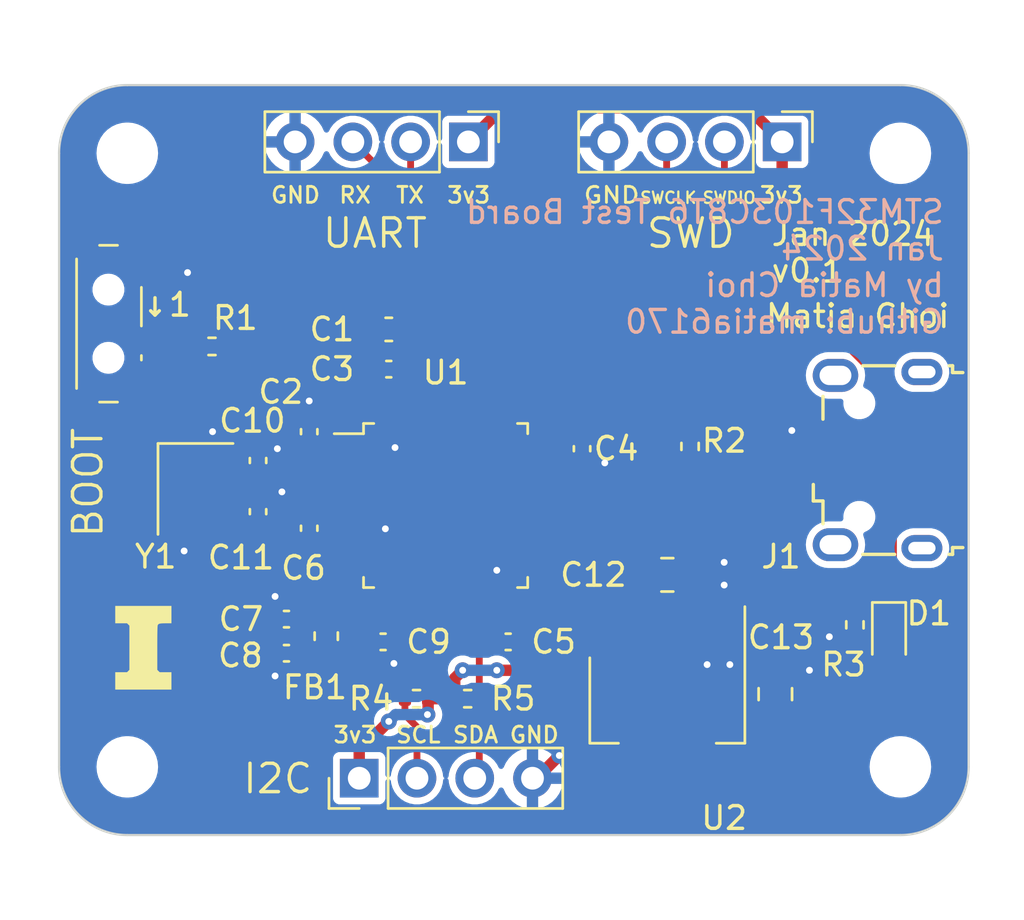
<source format=kicad_pcb>
(kicad_pcb (version 20221018) (generator pcbnew)
  (layers (0 "F.Cu" signal) (31 "B.Cu" power) (34 "B.Paste" user) (35 "F.Paste" user) (36 "B.SilkS" user "B.Silkscreen") (37 "F.SilkS" user "F.Silkscreen") (38 "B.Mask" user) (39 "F.Mask" user) (44 "Edge.Cuts" user))
  (net 0 "")
  (net 1 "+3.3V")
  (net 2 "GND")
  (net 3 "+3.3VA")
  (net 4 "/NRST")
  (net 5 "/HSE_IN")
  (net 6 "/HSE_OUT")
  (net 7 "VBUS")
  (net 8 "/PWR_LED_K")
  (net 9 "/USB_D-")
  (net 10 "/USB_D+")
  (net 13 "/SWDIO")
  (net 14 "/SWCLK")
  (net 15 "/USART1_TX")
  (net 16 "/USART1_RX")
  (net 17 "/I2C2_SCL")
  (net 18 "/I2C2_SDA")
  (net 19 "/SW_BOOT0")
  (net 20 "/BOOT0")
  (footprint "MountingHole:MountingHole_2.2mm_M2" (layer "F.Cu") (at 125 96.5)
    (fp_text reference "H4" hide)
    (fp_text value "MountingHole")
    (pad "" np_thru_hole circle (at 0 0) (size 2.2 2.2) (drill 2.2) (layers "*.Cu" "*.Mask"))
  )
  (footprint "Capacitor_SMD:C_0402_1005Metric" (layer "F.Cu") (at 99 81.75 90)
    (fp_text reference "C2" (at 1.75 -1.25 180) (layer "F.SilkS"))
    (fp_text value "100n")
    (pad "1" smd roundrect (at -0.48 0 90) (size 0.56 0.62) (layers "F.Cu" "F.Paste" "F.Mask") (net 1 "+3.3V"))
    (pad "2" smd roundrect (at 0.48 0 90) (size 0.56 0.62) (layers "F.Cu" "F.Paste" "F.Mask") (net 2 "GND"))
  )
  (footprint "Connector_PinHeader_2.54mm:PinHeader_1x04_P2.54mm_Vertical" (layer "F.Cu") (at 106 69 -90)
    (fp_text reference "J3" hide)
    (fp_text value "Conn_01x04_Pin")
    (pad "1" thru_hole rect (at 0 0 270) (size 1.7 1.7) (drill 1) (layers "*.Cu" "*.Mask") (net 1 "+3.3V"))
    (pad "2" thru_hole oval (at 0 2.54 270) (size 1.7 1.7) (drill 1) (layers "*.Cu" "*.Mask") (net 15 "/USART1_TX"))
    (pad "3" thru_hole oval (at 0 5.08 270) (size 1.7 1.7) (drill 1) (layers "*.Cu" "*.Mask") (net 16 "/USART1_RX"))
    (pad "4" thru_hole oval (at 0 7.62 270) (size 1.7 1.7) (drill 1) (layers "*.Cu" "*.Mask") (net 2 "GND"))
  )
  (footprint "Capacitor_SMD:C_0603_1608Metric" (layer "F.Cu") (at 102.5 77.25)
    (fp_text reference "C1" (at -2.5 0) (layer "F.SilkS"))
    (fp_text value "10u")
    (pad "1" smd roundrect (at -0.775 0) (size 0.9 0.95) (layers "F.Cu" "F.Paste" "F.Mask") (net 1 "+3.3V"))
    (pad "2" smd roundrect (at 0.775 0) (size 0.9 0.95) (layers "F.Cu" "F.Paste" "F.Mask") (net 2 "GND"))
  )
  (footprint "project_footprints:I" (layer "F.Cu") (at 91.75 91.25)
    (fp_text reference "G***" hide)
    (fp_text value "LOGO" hide)
  )
  (footprint "Capacitor_SMD:C_0402_1005Metric" (layer "F.Cu") (at 111 82.5 -90)
    (fp_text reference "C4" (at 0 -1.5 -180) (layer "F.SilkS"))
    (fp_text value "100n")
    (pad "1" smd roundrect (at -0.48 0 270) (size 0.56 0.62) (layers "F.Cu" "F.Paste" "F.Mask") (net 1 "+3.3V"))
    (pad "2" smd roundrect (at 0.48 0 270) (size 0.56 0.62) (layers "F.Cu" "F.Paste" "F.Mask") (net 2 "GND"))
  )
  (footprint "Resistor_SMD:R_0402_1005Metric" (layer "F.Cu") (at 105.97 93.5 180)
    (fp_text reference "R5" (at -2 0) (layer "F.SilkS"))
    (fp_text value "1k5")
    (pad "1" smd roundrect (at -0.51 0 180) (size 0.54 0.64) (layers "F.Cu" "F.Paste" "F.Mask") (net 18 "/I2C2_SDA"))
    (pad "2" smd roundrect (at 0.51 0 180) (size 0.54 0.64) (layers "F.Cu" "F.Paste" "F.Mask") (net 1 "+3.3V"))
  )
  (footprint "MountingHole:MountingHole_2.2mm_M2" (layer "F.Cu") (at 125 69.5)
    (fp_text reference "H2" hide)
    (fp_text value "MountingHole")
    (pad "" np_thru_hole circle (at 0 0) (size 2.2 2.2) (drill 2.2) (layers "*.Cu" "*.Mask"))
  )
  (footprint "Capacitor_SMD:C_0402_1005Metric" (layer "F.Cu") (at 98 91.5 180)
    (fp_text reference "C8" (at 2.025 -0.1) (layer "F.SilkS"))
    (fp_text value "1u")
    (pad "1" smd roundrect (at -0.48 0 180) (size 0.56 0.62) (layers "F.Cu" "F.Paste" "F.Mask") (net 1 "+3.3V"))
    (pad "2" smd roundrect (at 0.48 0 180) (size 0.56 0.62) (layers "F.Cu" "F.Paste" "F.Mask") (net 2 "GND"))
  )
  (footprint "Capacitor_SMD:C_0402_1005Metric" (layer "F.Cu") (at 107.75 91 180)
    (fp_text reference "C5" (at -2 0) (layer "F.SilkS"))
    (fp_text value "100n")
    (pad "1" smd roundrect (at -0.48 0 180) (size 0.56 0.62) (layers "F.Cu" "F.Paste" "F.Mask") (net 1 "+3.3V"))
    (pad "2" smd roundrect (at 0.48 0 180) (size 0.56 0.62) (layers "F.Cu" "F.Paste" "F.Mask") (net 2 "GND"))
  )
  (footprint "LED_SMD:LED_0603_1608Metric" (layer "F.Cu") (at 124.5 90.75 -90)
    (fp_text reference "D1" (at -1 -1.75 -180) (layer "F.SilkS"))
    (fp_text value "RED")
    (pad "1" smd roundrect (at -0.7875 0 270) (size 0.875 0.95) (layers "F.Cu" "F.Paste" "F.Mask") (net 8 "/PWR_LED_K"))
    (pad "2" smd roundrect (at 0.7875 0 270) (size 0.875 0.95) (layers "F.Cu" "F.Paste" "F.Mask") (net 1 "+3.3V"))
  )
  (footprint "Button_Switch_SMD:SW_SPDT_PCM12" (layer "F.Cu") (at 90.5 77 -90)
    (fp_text reference "SW1" hide)
    (fp_text value "SW_SPDT")
    (pad "" smd rect (at -3.65 -0.78 270) (size 1 0.8) (layers "F.Cu" "F.Paste" "F.Mask"))
    (pad "" smd rect (at -3.65 1.43 270) (size 1 0.8) (layers "F.Cu" "F.Paste" "F.Mask"))
    (pad "" np_thru_hole circle (at -1.5 0.33 270) (size 0.9 0.9) (drill 0.9) (layers "*.Cu" "*.Mask"))
    (pad "" np_thru_hole circle (at 1.5 0.33 270) (size 0.9 0.9) (drill 0.9) (layers "*.Cu" "*.Mask"))
    (pad "" smd rect (at 3.65 -0.78 270) (size 1 0.8) (layers "F.Cu" "F.Paste" "F.Mask"))
    (pad "" smd rect (at 3.65 1.43 270) (size 1 0.8) (layers "F.Cu" "F.Paste" "F.Mask"))
    (pad "1" smd rect (at -2.25 -1.43 270) (size 0.7 1.5) (layers "F.Cu" "F.Paste" "F.Mask") (net 2 "GND"))
    (pad "2" smd rect (at 0.75 -1.43 270) (size 0.7 1.5) (layers "F.Cu" "F.Paste" "F.Mask") (net 19 "/SW_BOOT0"))
    (pad "3" smd rect (at 2.25 -1.43 270) (size 0.7 1.5) (layers "F.Cu" "F.Paste" "F.Mask") (net 1 "+3.3V"))
  )
  (footprint "Capacitor_SMD:C_0805_2012Metric" (layer "F.Cu") (at 119.5 93.3 90)
    (fp_text reference "C13" (at 2.5 0.25 180) (layer "F.SilkS"))
    (fp_text value "22u")
    (pad "1" smd roundrect (at -0.95 0 90) (size 1 1.45) (layers "F.Cu" "F.Paste" "F.Mask") (net 1 "+3.3V"))
    (pad "2" smd roundrect (at 0.95 0 90) (size 1 1.45) (layers "F.Cu" "F.Paste" "F.Mask") (net 2 "GND"))
  )
  (footprint "Capacitor_SMD:C_0402_1005Metric" (layer "F.Cu") (at 102.5 79)
    (fp_text reference "C3" (at -2.5 0) (layer "F.SilkS"))
    (fp_text value "100n")
    (pad "1" smd roundrect (at -0.48 0) (size 0.56 0.62) (layers "F.Cu" "F.Paste" "F.Mask") (net 1 "+3.3V"))
    (pad "2" smd roundrect (at 0.48 0) (size 0.56 0.62) (layers "F.Cu" "F.Paste" "F.Mask") (net 2 "GND"))
  )
  (footprint "Capacitor_SMD:C_0805_2012Metric" (layer "F.Cu") (at 114.75 88.05)
    (fp_text reference "C12" (at -3.25 0) (layer "F.SilkS"))
    (fp_text value "22u")
    (pad "1" smd roundrect (at -0.95 0) (size 1 1.45) (layers "F.Cu" "F.Paste" "F.Mask") (net 7 "VBUS"))
    (pad "2" smd roundrect (at 0.95 0) (size 1 1.45) (layers "F.Cu" "F.Paste" "F.Mask") (net 2 "GND"))
  )
  (footprint "MountingHole:MountingHole_2.2mm_M2" (layer "F.Cu") (at 91 96.5)
    (fp_text reference "H3" hide)
    (fp_text value "MountingHole")
    (pad "" np_thru_hole circle (at 0 0) (size 2.2 2.2) (drill 2.2) (layers "*.Cu" "*.Mask"))
  )
  (footprint "Capacitor_SMD:C_0402_1005Metric" (layer "F.Cu") (at 99 86 90)
    (fp_text reference "C6" (at -1.75 -0.25 180) (layer "F.SilkS"))
    (fp_text value "10n")
    (pad "1" smd roundrect (at -0.48 0 90) (size 0.56 0.62) (layers "F.Cu" "F.Paste" "F.Mask") (net 3 "+3.3VA"))
    (pad "2" smd roundrect (at 0.48 0 90) (size 0.56 0.62) (layers "F.Cu" "F.Paste" "F.Mask") (net 2 "GND"))
  )
  (footprint "Resistor_SMD:R_0402_1005Metric" (layer "F.Cu") (at 103.72 93.5)
    (fp_text reference "R4" (at -2 0) (layer "F.SilkS"))
    (fp_text value "1k5")
    (pad "1" smd roundrect (at -0.51 0) (size 0.54 0.64) (layers "F.Cu" "F.Paste" "F.Mask") (net 17 "/I2C2_SCL"))
    (pad "2" smd roundrect (at 0.51 0) (size 0.54 0.64) (layers "F.Cu" "F.Paste" "F.Mask") (net 1 "+3.3V"))
  )
  (footprint "Resistor_SMD:R_0402_1005Metric" (layer "F.Cu") (at 123 90.25 -90)
    (fp_text reference "R3" (at 1.75 0.5 -180) (layer "F.SilkS"))
    (fp_text value "1k5")
    (pad "1" smd roundrect (at -0.51 0 270) (size 0.54 0.64) (layers "F.Cu" "F.Paste" "F.Mask") (net 8 "/PWR_LED_K"))
    (pad "2" smd roundrect (at 0.51 0 270) (size 0.54 0.64) (layers "F.Cu" "F.Paste" "F.Mask") (net 2 "GND"))
  )
  (footprint "Inductor_SMD:L_0603_1608Metric" (layer "F.Cu") (at 99.75 90.75 -90)
    (fp_text reference "FB1" (at 2.25 0.5 -180) (layer "F.SilkS"))
    (fp_text value "120R")
    (pad "1" smd roundrect (at -0.7875 0 270) (size 0.875 0.95) (layers "F.Cu" "F.Paste" "F.Mask") (net 3 "+3.3VA"))
    (pad "2" smd roundrect (at 0.7875 0 270) (size 0.875 0.95) (layers "F.Cu" "F.Paste" "F.Mask") (net 1 "+3.3V"))
  )
  (footprint "Connector_PinHeader_2.54mm:PinHeader_1x04_P2.54mm_Vertical" (layer "F.Cu") (at 119.8 69 -90)
    (fp_text reference "J2" hide)
    (fp_text value "Conn_01x04_Pin")
    (pad "1" thru_hole rect (at 0 0 270) (size 1.7 1.7) (drill 1) (layers "*.Cu" "*.Mask") (net 1 "+3.3V"))
    (pad "2" thru_hole oval (at 0 2.54 270) (size 1.7 1.7) (drill 1) (layers "*.Cu" "*.Mask") (net 13 "/SWDIO"))
    (pad "3" thru_hole oval (at 0 5.08 270) (size 1.7 1.7) (drill 1) (layers "*.Cu" "*.Mask") (net 14 "/SWCLK"))
    (pad "4" thru_hole oval (at 0 7.62 270) (size 1.7 1.7) (drill 1) (layers "*.Cu" "*.Mask") (net 2 "GND"))
  )
  (footprint "Capacitor_SMD:C_0402_1005Metric" (layer "F.Cu") (at 98 90 180)
    (fp_text reference "C7" (at 2 0) (layer "F.SilkS"))
    (fp_text value "1u")
    (pad "1" smd roundrect (at -0.48 0 180) (size 0.56 0.62) (layers "F.Cu" "F.Paste" "F.Mask") (net 3 "+3.3VA"))
    (pad "2" smd roundrect (at 0.48 0 180) (size 0.56 0.62) (layers "F.Cu" "F.Paste" "F.Mask") (net 2 "GND"))
  )
  (footprint "Resistor_SMD:R_0402_1005Metric" (layer "F.Cu") (at 94.725 78)
    (fp_text reference "R1" (at 1.025 -1.25) (layer "F.SilkS"))
    (fp_text value "10k")
    (pad "1" smd roundrect (at -0.51 0) (size 0.54 0.64) (layers "F.Cu" "F.Paste" "F.Mask") (net 19 "/SW_BOOT0"))
    (pad "2" smd roundrect (at 0.51 0) (size 0.54 0.64) (layers "F.Cu" "F.Paste" "F.Mask") (net 20 "/BOOT0"))
  )
  (footprint "Package_TO_SOT_SMD:SOT-223-3_TabPin2" (layer "F.Cu") (at 114.75 93.55 -90)
    (fp_text reference "U2" (at 5.2 -2.5 -180) (layer "F.SilkS"))
    (fp_text value "AMS1117-3.3")
    (pad "1" smd rect (at -3.15 -2.3 270) (size 2 1.5) (layers "F.Cu" "F.Paste" "F.Mask") (net 2 "GND"))
    (pad "2" smd rect (at -3.15 0 270) (size 2 1.5) (layers "F.Cu" "F.Paste" "F.Mask") (net 1 "+3.3V"))
    (pad "2" smd rect (at 3.15 0 270) (size 2 3.8) (layers "F.Cu" "F.Paste" "F.Mask") (net 1 "+3.3V"))
    (pad "3" smd rect (at -3.15 2.3 270) (size 2 1.5) (layers "F.Cu" "F.Paste" "F.Mask") (net 7 "VBUS"))
  )
  (footprint "Capacitor_SMD:C_0402_1005Metric" (layer "F.Cu") (at 102.25 91)
    (fp_text reference "C9" (at 2 0) (layer "F.SilkS"))
    (fp_text value "100n")
    (pad "1" smd roundrect (at -0.48 0) (size 0.56 0.62) (layers "F.Cu" "F.Paste" "F.Mask") (net 4 "/NRST"))
    (pad "2" smd roundrect (at 0.48 0) (size 0.56 0.62) (layers "F.Cu" "F.Paste" "F.Mask") (net 2 "GND"))
  )
  (footprint "Crystal:Crystal_SMD_3225-4Pin_3.2x2.5mm" (layer "F.Cu") (at 94 84.27 -90)
    (fp_text reference "Y1" (at 2.98 1.75) (layer "F.SilkS"))
    (fp_text value "16MHz")
    (pad "1" smd rect (at -1.1 0.85 270) (size 1.4 1.2) (layers "F.Cu" "F.Paste" "F.Mask") (net 5 "/HSE_IN"))
    (pad "2" smd rect (at 1.1 0.85 270) (size 1.4 1.2) (layers "F.Cu" "F.Paste" "F.Mask") (net 2 "GND"))
    (pad "3" smd rect (at 1.1 -0.85 270) (size 1.4 1.2) (layers "F.Cu" "F.Paste" "F.Mask") (net 6 "/HSE_OUT"))
    (pad "4" smd rect (at -1.1 -0.85 270) (size 1.4 1.2) (layers "F.Cu" "F.Paste" "F.Mask") (net 2 "GND"))
  )
  (footprint "Resistor_SMD:R_0402_1005Metric" (layer "F.Cu") (at 115.75 82.4 -90)
    (fp_text reference "R2" (at -0.25 -1.5 -180) (layer "F.SilkS"))
    (fp_text value "1k5")
    (pad "1" smd roundrect (at -0.51 0 270) (size 0.54 0.64) (layers "F.Cu" "F.Paste" "F.Mask") (net 1 "+3.3V"))
    (pad "2" smd roundrect (at 0.51 0 270) (size 0.54 0.64) (layers "F.Cu" "F.Paste" "F.Mask") (net 10 "/USB_D+"))
  )
  (footprint "Connector_USB:USB_Micro-B_Wuerth_629105150521" (layer "F.Cu") (at 123.995 83 90)
    (fp_text reference "J1" (at -4.25 -4.245 180) (layer "F.SilkS"))
    (fp_text value "USB_B_Micro")
    (pad "" np_thru_hole oval (at -2.5 -0.8 90) (size 0.8 0.8) (drill 0.8) (layers "*.Cu" "*.Mask"))
    (pad "" np_thru_hole oval (at 2.5 -0.8 90) (size 0.8 0.8) (drill 0.8) (layers "*.Cu" "*.Mask"))
    (pad "1" smd rect (at -1.3 -1.9 90) (size 0.45 1.3) (layers "F.Cu" "F.Paste" "F.Mask") (net 7 "VBUS"))
    (pad "2" smd rect (at -0.65 -1.9 90) (size 0.45 1.3) (layers "F.Cu" "F.Paste" "F.Mask") (net 9 "/USB_D-"))
    (pad "3" smd rect (at 0 -1.9 90) (size 0.45 1.3) (layers "F.Cu" "F.Paste" "F.Mask") (net 10 "/USB_D+"))
    (pad "4" smd rect (at 0.65 -1.9 90) (size 0.45 1.3) (layers "F.Cu" "F.Paste" "F.Mask"))
    (pad "5" smd rect (at 1.3 -1.9 90) (size 0.45 1.3) (layers "F.Cu" "F.Paste" "F.Mask") (net 2 "GND"))
    (pad "6" thru_hole oval (at -3.875 1.95 90) (size 1.15 1.8) (drill oval 0.55 1.2) (layers "*.Cu" "*.Mask"))
    (pad "6" thru_hole oval (at -3.725 -1.85 90) (size 1.45 2) (drill oval 0.85 1.4) (layers "*.Cu" "*.Mask"))
    (pad "6" thru_hole oval (at 3.725 -1.85 90) (size 1.45 2) (drill oval 0.85 1.4) (layers "*.Cu" "*.Mask"))
    (pad "6" thru_hole oval (at 3.875 1.95 90) (size 1.15 1.8) (drill oval 0.55 1.2) (layers "*.Cu" "*.Mask"))
  )
  (footprint "MountingHole:MountingHole_2.2mm_M2" (layer "F.Cu") (at 91 69.5)
    (fp_text reference "H1" hide)
    (fp_text value "MountingHole")
    (pad "" np_thru_hole circle (at 0 0) (size 2.2 2.2) (drill 2.2) (layers "*.Cu" "*.Mask"))
  )
  (footprint "Package_QFP:LQFP-48_7x7mm_P0.5mm" (layer "F.Cu") (at 105 85)
    (fp_text reference "U1" (at 0 -5.85) (layer "F.SilkS"))
    (fp_text value "STM32F103C8T6")
    (pad "1" smd roundrect (at -4.1625 -2.75) (size 1.475 0.3) (layers "F.Cu" "F.Paste" "F.Mask") (net 1 "+3.3V"))
    (pad "2" smd roundrect (at -4.1625 -2.25) (size 1.475 0.3) (layers "F.Cu" "F.Paste" "F.Mask"))
    (pad "3" smd roundrect (at -4.1625 -1.75) (size 1.475 0.3) (layers "F.Cu" "F.Paste" "F.Mask"))
    (pad "4" smd roundrect (at -4.1625 -1.25) (size 1.475 0.3) (layers "F.Cu" "F.Paste" "F.Mask"))
    (pad "5" smd roundrect (at -4.1625 -0.75) (size 1.475 0.3) (layers "F.Cu" "F.Paste" "F.Mask") (net 5 "/HSE_IN"))
    (pad "6" smd roundrect (at -4.1625 -0.25) (size 1.475 0.3) (layers "F.Cu" "F.Paste" "F.Mask") (net 6 "/HSE_OUT"))
    (pad "7" smd roundrect (at -4.1625 0.25) (size 1.475 0.3) (layers "F.Cu" "F.Paste" "F.Mask") (net 4 "/NRST"))
    (pad "8" smd roundrect (at -4.1625 0.75) (size 1.475 0.3) (layers "F.Cu" "F.Paste" "F.Mask") (net 2 "GND"))
    (pad "9" smd roundrect (at -4.1625 1.25) (size 1.475 0.3) (layers "F.Cu" "F.Paste" "F.Mask") (net 3 "+3.3VA"))
    (pad "10" smd roundrect (at -4.1625 1.75) (size 1.475 0.3) (layers "F.Cu" "F.Paste" "F.Mask"))
    (pad "11" smd roundrect (at -4.1625 2.25) (size 1.475 0.3) (layers "F.Cu" "F.Paste" "F.Mask"))
    (pad "12" smd roundrect (at -4.1625 2.75) (size 1.475 0.3) (layers "F.Cu" "F.Paste" "F.Mask"))
    (pad "13" smd roundrect (at -2.75 4.1625) (size 0.3 1.475) (layers "F.Cu" "F.Paste" "F.Mask"))
    (pad "14" smd roundrect (at -2.25 4.1625) (size 0.3 1.475) (layers "F.Cu" "F.Paste" "F.Mask"))
    (pad "15" smd roundrect (at -1.75 4.1625) (size 0.3 1.475) (layers "F.Cu" "F.Paste" "F.Mask"))
    (pad "16" smd roundrect (at -1.25 4.1625) (size 0.3 1.475) (layers "F.Cu" "F.Paste" "F.Mask"))
    (pad "17" smd roundrect (at -0.75 4.1625) (size 0.3 1.475) (layers "F.Cu" "F.Paste" "F.Mask"))
    (pad "18" smd roundrect (at -0.25 4.1625) (size 0.3 1.475) (layers "F.Cu" "F.Paste" "F.Mask"))
    (pad "19" smd roundrect (at 0.25 4.1625) (size 0.3 1.475) (layers "F.Cu" "F.Paste" "F.Mask"))
    (pad "20" smd roundrect (at 0.75 4.1625) (size 0.3 1.475) (layers "F.Cu" "F.Paste" "F.Mask"))
    (pad "21" smd roundrect (at 1.25 4.1625) (size 0.3 1.475) (layers "F.Cu" "F.Paste" "F.Mask") (net 17 "/I2C2_SCL"))
    (pad "22" smd roundrect (at 1.75 4.1625) (size 0.3 1.475) (layers "F.Cu" "F.Paste" "F.Mask") (net 18 "/I2C2_SDA"))
    (pad "23" smd roundrect (at 2.25 4.1625) (size 0.3 1.475) (layers "F.Cu" "F.Paste" "F.Mask") (net 2 "GND"))
    (pad "24" smd roundrect (at 2.75 4.1625) (size 0.3 1.475) (layers "F.Cu" "F.Paste" "F.Mask") (net 1 "+3.3V"))
    (pad "25" smd roundrect (at 4.1625 2.75) (size 1.475 0.3) (layers "F.Cu" "F.Paste" "F.Mask"))
    (pad "26" smd roundrect (at 4.1625 2.25) (size 1.475 0.3) (layers "F.Cu" "F.Paste" "F.Mask"))
    (pad "27" smd roundrect (at 4.1625 1.75) (size 1.475 0.3) (layers "F.Cu" "F.Paste" "F.Mask"))
    (pad "28" smd roundrect (at 4.1625 1.25) (size 1.475 0.3) (layers "F.Cu" "F.Paste" "F.Mask"))
    (pad "29" smd roundrect (at 4.1625 0.75) (size 1.475 0.3) (layers "F.Cu" "F.Paste" "F.Mask"))
    (pad "30" smd roundrect (at 4.1625 0.25) (size 1.475 0.3) (layers "F.Cu" "F.Paste" "F.Mask"))
    (pad "31" smd roundrect (at 4.1625 -0.25) (size 1.475 0.3) (layers "F.Cu" "F.Paste" "F.Mask"))
    (pad "32" smd roundrect (at 4.1625 -0.75) (size 1.475 0.3) (layers "F.Cu" "F.Paste" "F.Mask") (net 9 "/USB_D-"))
    (pad "33" smd roundrect (at 4.1625 -1.25) (size 1.475 0.3) (layers "F.Cu" "F.Paste" "F.Mask") (net 10 "/USB_D+"))
    (pad "34" smd roundrect (at 4.1625 -1.75) (size 1.475 0.3) (layers "F.Cu" "F.Paste" "F.Mask") (net 13 "/SWDIO"))
    (pad "35" smd roundrect (at 4.1625 -2.25) (size 1.475 0.3) (layers "F.Cu" "F.Paste" "F.Mask") (net 2 "GND"))
    (pad "36" smd roundrect (at 4.1625 -2.75) (size 1.475 0.3) (layers "F.Cu" "F.Paste" "F.Mask") (net 1 "+3.3V"))
    (pad "37" smd roundrect (at 2.75 -4.1625) (size 0.3 1.475) (layers "F.Cu" "F.Paste" "F.Mask") (net 14 "/SWCLK"))
    (pad "38" smd roundrect (at 2.25 -4.1625) (size 0.3 1.475) (layers "F.Cu" "F.Paste" "F.Mask"))
    (pad "39" smd roundrect (at 1.75 -4.1625) (size 0.3 1.475) (layers "F.Cu" "F.Paste" "F.Mask"))
    (pad "40" smd roundrect (at 1.25 -4.1625) (size 0.3 1.475) (layers "F.Cu" "F.Paste" "F.Mask"))
    (pad "41" smd roundrect (at 0.75 -4.1625) (size 0.3 1.475) (layers "F.Cu" "F.Paste" "F.Mask"))
    (pad "42" smd roundrect (at 0.25 -4.1625) (size 0.3 1.475) (layers "F.Cu" "F.Paste" "F.Mask") (net 15 "/USART1_TX"))
    (pad "43" smd roundrect (at -0.25 -4.1625) (size 0.3 1.475) (layers "F.Cu" "F.Paste" "F.Mask") (net 16 "/USART1_RX"))
    (pad "44" smd roundrect (at -0.75 -4.1625) (size 0.3 1.475) (layers "F.Cu" "F.Paste" "F.Mask") (net 20 "/BOOT0"))
    (pad "45" smd roundrect (at -1.25 -4.1625) (size 0.3 1.475) (layers "F.Cu" "F.Paste" "F.Mask"))
    (pad "46" smd roundrect (at -1.75 -4.1625) (size 0.3 1.475) (layers "F.Cu" "F.Paste" "F.Mask"))
    (pad "47" smd roundrect (at -2.25 -4.1625) (size 0.3 1.475) (layers "F.Cu" "F.Paste" "F.Mask") (net 2 "GND"))
    (pad "48" smd roundrect (at -2.75 -4.1625) (size 0.3 1.475) (layers "F.Cu" "F.Paste" "F.Mask") (net 1 "+3.3V"))
  )
  (footprint "Capacitor_SMD:C_0402_1005Metric" (layer "F.Cu") (at 96.75 83.02 90)
    (fp_text reference "C10" (at 1.75 -0.25 180) (layer "F.SilkS"))
    (fp_text value "10p")
    (pad "1" smd roundrect (at -0.48 0 90) (size 0.56 0.62) (layers "F.Cu" "F.Paste" "F.Mask") (net 5 "/HSE_IN"))
    (pad "2" smd roundrect (at 0.48 0 90) (size 0.56 0.62) (layers "F.Cu" "F.Paste" "F.Mask") (net 2 "GND"))
  )
  (footprint "Capacitor_SMD:C_0402_1005Metric" (layer "F.Cu") (at 96.75 85.27 90)
    (fp_text reference "C11" (at -2.02 -0.75) (layer "F.SilkS"))
    (fp_text value "10p")
    (pad "1" smd roundrect (at -0.48 0 90) (size 0.56 0.62) (layers "F.Cu" "F.Paste" "F.Mask") (net 6 "/HSE_OUT"))
    (pad "2" smd roundrect (at 0.48 0 90) (size 0.56 0.62) (layers "F.Cu" "F.Paste" "F.Mask") (net 2 "GND"))
  )
  (footprint "Connector_PinHeader_2.54mm:PinHeader_1x04_P2.54mm_Vertical" (layer "F.Cu") (at 101.2 97 90)
    (fp_text reference "J4" hide)
    (fp_text value "Conn_01x04_Pin")
    (pad "1" thru_hole rect (at 0 0 90) (size 1.7 1.7) (drill 1) (layers "*.Cu" "*.Mask") (net 1 "+3.3V"))
    (pad "2" thru_hole oval (at 0 2.54 90) (size 1.7 1.7) (drill 1) (layers "*.Cu" "*.Mask") (net 17 "/I2C2_SCL"))
    (pad "3" thru_hole oval (at 0 5.08 90) (size 1.7 1.7) (drill 1) (layers "*.Cu" "*.Mask") (net 18 "/I2C2_SDA"))
    (pad "4" thru_hole oval (at 0 7.62 90) (size 1.7 1.7) (drill 1) (layers "*.Cu" "*.Mask") (net 2 "GND"))
  )
  (gr_line (start 88 69.5) (end 88 96.5) (stroke (width 0.1)) (layer "Edge.Cuts"))
  (gr_arc (start 91 99.5) (mid 88.87868 98.62132) (end 88 96.5) (stroke (width 0.1)) (layer "Edge.Cuts"))
  (gr_line (start 125 99.5) (end 91 99.5) (stroke (width 0.1)) (layer "Edge.Cuts"))
  (gr_line (start 128 69.5) (end 128 96.5) (stroke (width 0.1)) (layer "Edge.Cuts"))
  (gr_arc (start 125 66.5) (mid 127.12132 67.37868) (end 128 69.5) (stroke (width 0.1)) (layer "Edge.Cuts"))
  (gr_arc (start 88 69.5) (mid 88.87868 67.37868) (end 91 66.5) (stroke (width 0.1)) (layer "Edge.Cuts"))
  (gr_line (start 125 66.5) (end 91 66.5) (stroke (width 0.1)) (layer "Edge.Cuts"))
  (gr_arc (start 128 96.5) (mid 127.12132 98.62132) (end 125 99.5) (stroke (width 0.1)) (layer "Edge.Cuts"))
  (gr_text "STM32F103C8T6 Test Board\nJan 2024\nby Matia Choi\nGithub: matia6170" (at 127 77.5) (layer "B.SilkS") (effects (font (size 1 1)) (justify left bottom mirror)))
  (gr_text "3v3" (at 100 95.5) (layer "F.SilkS") (effects (font (size 0.7 0.7) (thickness 0.125)) (justify left bottom)))
  (gr_text "TX" (at 102.75 71.75) (layer "F.SilkS") (effects (font (size 0.7 0.7) (thickness 0.125)) (justify left bottom)))
  (gr_text "Jan 2024\nv0.1" (at 119.25 75.25) (layer "F.SilkS") (effects (font (size 1 1)) (justify left bottom)))
  (gr_text "SWD" (at 113.75 73.75) (layer "F.SilkS") (effects (font (size 1.25 1.25)) (justify left bottom)))
  (gr_text "3v3" (at 118.75 71.75) (layer "F.SilkS") (effects (font (size 0.7 0.7) (thickness 0.125)) (justify left bottom)))
  (gr_text "Matia Choi" (at 119 77.25) (layer "F.SilkS") (effects (font (size 1 1)) (justify left bottom)))
  (gr_text "SCL" (at 102.75 95.5) (layer "F.SilkS") (effects (font (size 0.7 0.7) (thickness 0.125)) (justify left bottom)))
  (gr_text "3v3" (at 105 71.75) (layer "F.SilkS") (effects (font (size 0.7 0.7) (thickness 0.125)) (justify left bottom)))
  (gr_text "SWDIO" (at 116.25 71.75) (layer "F.SilkS") (effects (font (size 0.5 0.5) (thickness 0.1)) (justify left bottom)))
  (gr_text "GND" (at 97.25 71.75) (layer "F.SilkS") (effects (font (size 0.7 0.7) (thickness 0.125)) (justify left bottom)))
  (gr_text "RX" (at 100.25 71.75) (layer "F.SilkS") (effects (font (size 0.7 0.7) (thickness 0.125)) (justify left bottom)))
  (gr_text "BOOT" (at 90 86.5 90) (layer "F.SilkS") (effects (font (size 1.25 1.25)) (justify left bottom)))
  (gr_text "GND" (at 111 71.75) (layer "F.SilkS") (effects (font (size 0.7 0.8) (thickness 0.125)) (justify left bottom)))
  (gr_text "SWCLK" (at 113.5 71.75) (layer "F.SilkS") (effects (font (size 0.5 0.5) (thickness 0.1)) (justify left bottom)))
  (gr_text "GND" (at 107.75 95.5) (layer "F.SilkS") (effects (font (size 0.7 0.7) (thickness 0.125)) (justify left bottom)))
  (gr_text "UART" (at 99.5 73.75) (layer "F.SilkS") (effects (font (size 1.25 1.25)) (justify left bottom)))
  (gr_text "I2C" (at 96 97.75) (layer "F.SilkS") (effects (font (size 1.25 1.25)) (justify left bottom)))
  (gr_text "SDA" (at 105.25 95.5) (layer "F.SilkS") (effects (font (size 0.7 0.7) (thickness 0.125)) (justify left bottom)))
  (gr_text "↓1" (at 91.5 76.75) (layer "F.SilkS") (effects (font (size 1 1)) (justify left bottom)))
  (segment (start 110.5 82) (end 110.52 82.02) (width 0.3) (layer "F.Cu") (net 1))
  (segment (start 101.2 97) (end 101.2 95.094622) (width 0.5) (layer "F.Cu") (net 1))
  (segment (start 109.1625 82.25) (end 110.25 82.25) (width 0.3) (layer "F.Cu") (net 1))
  (segment (start 119.8 77.84) (end 115.75 81.89) (width 0.5) (layer "F.Cu") (net 1))
  (segment (start 105.4 92.6) (end 105.4 93.3) (width 0.5) (layer "F.Cu") (net 1))
  (segment (start 101.725 78.225) (end 101.725 77.25) (width 0.3) (layer "F.Cu") (net 1))
  (segment (start 106 69) (end 107.5 67.5) (width 0.5) (layer "F.Cu") (net 1))
  (segment (start 102.005378 94.994622) (end 101.3 94.994622) (width 0.5) (layer "F.Cu") (net 1))
  (segment (start 121.75 94.25) (end 121.75 98) (width 0.5) (layer "F.Cu") (net 1))
  (segment (start 99.02 82.25) (end 99 82.23) (width 0.3) (layer "F.Cu") (net 1))
  (segment (start 101.2 95.094622) (end 101.3 94.994622) (width 0.5) (layer "F.Cu") (net 1))
  (segment (start 111.13 81.89) (end 111 82.02) (width 0.5) (layer "F.Cu") (net 1))
  (segment (start 109.25 92.25) (end 108.23 91.23) (width 0.5) (layer "F.Cu") (net 1))
  (segment (start 98.48 91.5) (end 99.7125 91.5) (width 0.5) (layer "F.Cu") (net 1))
  (segment (start 94.85 79.25) (end 95.33 78.77) (width 0.5) (layer "F.Cu") (net 1))
  (segment (start 107.75 89.1625) (end 107.75 90) (width 0.3) (layer "F.Cu") (net 1))
  (segment (start 105.2 93.5) (end 105.46 93.5) (width 0.5) (layer "F.Cu") (net 1))
  (segment (start 99.7125 91.5) (end 99.75 91.5375) (width 0.5) (layer "F.Cu") (net 1))
  (segment (start 111 94) (end 109.25 92.25) (width 0.5) (layer "F.Cu") (net 1))
  (segment (start 125.425 89.425) (end 125.425 90.6125) (width 0.5) (layer "F.Cu") (net 1))
  (segment (start 121 98.75) (end 111.5 98.75) (width 0.5) (layer "F.Cu") (net 1))
  (segment (start 101.3 94.994622) (end 94.694622 94.994622) (width 0.5) (layer "F.Cu") (net 1))
  (segment (start 100.9 77.25) (end 101.725 77.25) (width 0.5) (layer "F.Cu") (net 1))
  (segment (start 105.75 92.25) (end 105.4 92.6) (width 0.5) (layer "F.Cu") (net 1))
  (segment (start 102.25 80.8375) (end 102.25 80) (width 0.3) (layer "F.Cu") (net 1))
  (segment (start 94.694622 94.994622) (end 91.4 91.7) (width 0.5) (layer "F.Cu") (net 1))
  (segment (start 91.4 82.7) (end 95.33 78.77) (width 0.5) (layer "F.Cu") (net 1))
  (segment (start 102.02 79) (end 102.02 78.52) (width 0.3) (layer "F.Cu") (net 1))
  (segment (start 104.23 93.5) (end 105.2 93.5) (width 0.5) (layer "F.Cu") (net 1))
  (segment (start 121.75 98) (end 121 98.75) (width 0.5) (layer "F.Cu") (net 1))
  (segment (start 100.9 82.15) (end 100.8375 82.15) (width 0.5) (layer "F.Cu") (net 1))
  (segment (start 102.25 80) (end 102 79.75) (width 0.3) (layer "F.Cu") (net 1))
  (segment (start 102.5 94.5) (end 102.005378 94.994622) (width 0.5) (layer "F.Cu") (net 1))
  (segment (start 124.5 93) (end 124.5 91.5375) (width 0.5) (layer "F.Cu") (net 1))
  (segment (start 108.23 91.23) (end 108.23 91) (width 0.5) (layer "F.Cu") (net 1))
  (segment (start 99.75 93.444622) (end 99.75 91.5375) (width 0.5) (layer "F.Cu") (net 1))
  (segment (start 109.25 92.25) (end 107.25 92.25) (width 0.5) (layer "F.Cu") (net 1))
  (segment (start 115.75 81.89) (end 111.13 81.89) (width 0.5) (layer "F.Cu") (net 1))
  (segment (start 124.595 88.595) (end 125.425 89.425) (width 0.5) (layer "F.Cu") (net 1))
  (segment (start 119.8 77.84) (end 122.646701 77.84) (width 0.5) (layer "F.Cu") (net 1))
  (segment (start 102 79.75) (end 102.02 79.73) (width 0.3) (layer "F.Cu") (net 1))
  (segment (start 91.4 91.7) (end 91.4 82.7) (width 0.5) (layer "F.Cu") (net 1))
  (segment (start 102.02 79.73) (end 102.02 79) (width 0.3) (layer "F.Cu") (net 1))
  (segment (start 102.02 78.52) (end 101.725 78.225) (width 0.3) (layer "F.Cu") (net 1))
  (segment (start 95.33 78.77) (end 96.73 78.77) (width 0.5) (layer "F.Cu") (net 1))
  (segment (start 107.5 67.5) (end 118.3 67.5) (width 0.5) (layer "F.Cu") (net 1))
  (segment (start 100.9 77.25) (end 100.9 82.15) (width 0.5) (layer "F.Cu") (net 1))
  (segment (start 110.52 82.02) (end 111 82.02) (width 0.3) (layer "F.Cu") (net 1))
  (segment (start 108.23 90.48) (end 108.23 91) (width 0.3) (layer "F.Cu") (net 1))
  (segment (start 100.8375 82.25) (end 99.02 82.25) (width 0.3) (layer "F.Cu") (net 1))
  (segment (start 107.75 90) (end 108.23 90.48) (width 0.3) (layer "F.Cu") (net 1))
  (segment (start 111 98.25) (end 111 94) (width 0.5) (layer "F.Cu") (net 1))
  (segment (start 110.25 82.25) (end 110.5 82) (width 0.3) (layer "F.Cu") (net 1))
  (segment (start 119.5 94.25) (end 121.75 94.25) (width 0.5) (layer "F.Cu") (net 1))
  (segment (start 124.595 79.788299) (end 124.595 88.595) (width 0.5) (layer "F.Cu") (net 1))
  (segment (start 123.25 94.25) (end 124.5 93) (width 0.5) (layer "F.Cu") (net 1))
  (segment (start 105.4 93.3) (end 105.2 93.5) (width 0.5) (layer "F.Cu") (net 1))
  (segment (start 125.425 90.6125) (end 124.5 91.5375) (width 0.5) (layer "F.Cu") (net 1))
  (segment (start 122.646701 77.84) (end 124.595 79.788299) (width 0.5) (layer "F.Cu") (net 1))
  (segment (start 121.75 94.25) (end 123.25 94.25) (width 0.5) (layer "F.Cu") (net 1))
  (segment (start 104.23 93.5) (end 104.23 94.17) (width 0.5) (layer "F.Cu") (net 1))
  (segment (start 98.25 77.25) (end 100.9 77.25) (width 0.5) (layer "F.Cu") (net 1))
  (segment (start 119.8 69) (end 119.8 77.84) (width 0.5) (layer "F.Cu") (net 1))
  (segment (start 118.3 67.5) (end 119.8 69) (width 0.5) (layer "F.Cu") (net 1))
  (segment (start 111.5 98.75) (end 111 98.25) (width 0.5) (layer "F.Cu") (net 1))
  (segment (start 101.3 94.994622) (end 99.75 93.444622) (width 0.5) (layer "F.Cu") (net 1))
  (segment (start 91.93 79.25) (end 94.85 79.25) (width 0.5) (layer "F.Cu") (net 1))
  (segment (start 96.73 78.77) (end 98.25 77.25) (width 0.5) (layer "F.Cu") (net 1))
  (segment (start 104.23 94.17) (end 104.2 94.2) (width 0.5) (layer "F.Cu") (net 1))
  (via (at 105.75 92.25) (size 0.7) (drill 0.3) (layers "F.Cu" "B.Cu") (net 1))
  (via (at 102.5 94.5) (size 0.7) (drill 0.3) (layers "F.Cu" "B.Cu") (net 1))
  (via (at 104.2 94.2) (size 0.7) (drill 0.3) (layers "F.Cu" "B.Cu") (net 1))
  (via (at 107.25 92.25) (size 0.7) (drill 0.3) (layers "F.Cu" "B.Cu") (net 1))
  (segment (start 103.8 94.2) (end 102.8 94.2) (width 0.5) (layer "B.Cu") (net 1))
  (segment (start 102.8 94.2) (end 102.5 94.5) (width 0.5) (layer "B.Cu") (net 1))
  (segment (start 104.2 94.2) (end 103.8 94.2) (width 0.5) (layer "B.Cu") (net 1))
  (segment (start 107.25 92.25) (end 105.75 92.25) (width 0.5) (layer "B.Cu") (net 1))
  (segment (start 99.99688 85.75) (end 99.75 85.50312) (width 0.3) (layer "F.Cu") (net 2))
  (segment (start 94.85 83.17) (end 94.85 81.85) (width 0.5) (layer "F.Cu") (net 2))
  (segment (start 96.75 82.54) (end 97.56 82.54) (width 0.5) (layer "F.Cu") (net 2))
  (segment (start 111.8545 82.98) (end 112 83.1255) (width 0.3) (layer "F.Cu") (net 2))
  (segment (start 99.73 85.52) (end 99 85.52) (width 0.3) (layer "F.Cu") (net 2))
  (segment (start 102.98 78.52) (end 103.275 78.225) (width 0.3) (layer "F.Cu") (net 2))
  (segment (start 102.73 91.945) (end 102.725 91.95) (width 0.5) (layer "F.Cu") (net 2))
  (segment (start 107.25 89.1625) (end 107.25 90.98) (width 0.3) (layer "F.Cu") (net 2))
  (segment (start 97.52 89.02) (end 97.5 89) (width 0.5) (layer "F.Cu") (net 2))
  (segment (start 102.73 91) (end 102.73 91.945) (width 0.5) (layer "F.Cu") (net 2))
  (segment (start 93.15 85.37) (end 93.15 86.65) (width 0.5) (layer "F.Cu") (net 2))
  (segment (start 97.52 90) (end 97.52 89.02) (width 0.5) (layer "F.Cu") (net 2))
  (segment (start 107.25 89.1625) (end 107.25 87.85) (width 0.3) (layer "F.Cu") (net 2))
  (segment (start 100.8375 85.75) (end 102.075 85.75) (width 0.3) (layer "F.Cu") (net 2))
  (segment (start 120.25 81.675) (end 122.095 81.675) (width 0.5) (layer "F.Cu") (net 2))
  (segment (start 97.56 82.54) (end 97.6 82.5) (width 0.5) (layer "F.Cu") (net 2))
  (segment (start 103.275 78.225) (end 103.275 77.25) (width 0.3) (layer "F.Cu") (net 2))
  (segment (start 107.25 90.98) (end 107.27 91) (width 0.3) (layer "F.Cu") (net 2))
  (segment (start 102.99688 79.75) (end 103 79.75) (width 0.3) (layer "F.Cu") (net 2))
  (segment (start 102.75 79.99688) (end 102.99688 79.75) (width 0.3) (layer "F.Cu") (net 2))
  (segment (start 110.48 82.98) (end 111 82.98) (width 0.3) (layer "F.Cu") (net 2))
  (segment (start 121.89 90.76) (end 121.875 90.775) (width 0.5) (layer "F.Cu") (net 2))
  (segment (start 110.25 82.75) (end 110.48 82.98) (width 0.3) (layer "F.Cu") (net 2))
  (segment (start 102.75 82.425) (end 102.775 82.45) (width 0.3) (layer "F.Cu") (net 2))
  (segment (start 110.96 82.75) (end 111 82.71) (width 0.3) (layer "F.Cu") (net 2))
  (segment (start 91.93 74.75) (end 93.65 74.75) (width 0.5) (layer "F.Cu") (net 2))
  (segment (start 103 79.75) (end 102.98 79.73) (width 0.3) (layer "F.Cu") (net 2))
  (segment (start 99.75 85.50312) (end 99.75 85.5) (width 0.3) (layer "F.Cu") (net 2))
  (segment (start 109.1625 82.75) (end 110.25 82.75) (width 0.3) (layer "F.Cu") (net 2))
  (segment (start 120.225 81.7) (end 120.25 81.675) (width 0.5) (layer "F.Cu") (net 2))
  (segment (start 97.52 92.48) (end 97.5 92.5) (width 0.5) (layer "F.Cu") (net 2))
  (segment (start 102.98 79.73) (end 102.98 79) (width 0.3) (layer "F.Cu") (net 2))
  (segment (start 111 82.98) (end 111.8545 82.98) (width 0.3) (layer "F.Cu") (net 2))
  (segment (start 96.75 84.79) (end 97.41 84.79) (width 0.5) (layer "F.Cu") (net 2))
  (segment (start 108.82 97) (end 109 97) (width 0.5) (layer "F.Cu") (net 2))
  (segment (start 100.8375 85.75) (end 99.99688 85.75) (width 0.3) (layer "F.Cu") (net 2))
  (segment (start 102.98 79) (end 102.98 78.52) (width 0.3) (layer "F.Cu") (net 2))
  (segment (start 99.75 85.5) (end 99.73 85.52) (width 0.3) (layer "F.Cu") (net 2))
  (segment (start 102.75 80.8375) (end 102.75 82.425) (width 0.3) (layer "F.Cu") (net 2))
  (segment (start 109 97) (end 110 96) (width 0.5) (layer "F.Cu") (net 2))
  (segment (start 93.15 86.65) (end 93.5 87) (width 0.5) (layer "F.Cu") (net 2))
  (segment (start 97.52 91.5) (end 97.52 92.48) (width 0.5) (layer "F.Cu") (net 2))
  (segment (start 102.075 85.75) (end 102.35 86.025) (width 0.3) (layer "F.Cu") (net 2))
  (segment (start 123 90.76) (end 121.89 90.76) (width 0.5) (layer "F.Cu") (net 2))
  (segment (start 102.75 80.8375) (end 102.75 79.99688) (width 0.3) (layer "F.Cu") (net 2))
  (segment (start 99 81.27) (end 99 80.4) (width 0.5) (layer "F.Cu") (net 2))
  (segment (start 97.41 84.79) (end 97.8 84.4) (width 0.5) (layer "F.Cu") (net 2))
  (segment (start 94.85 81.85) (end 94.75 81.75) (width 0.5) (layer "F.Cu") (net 2))
  (via (at 97.5 92.5) (size 0.7) (drill 0.3) (layers "F.Cu" "B.Cu") (net 2))
  (via (at 93.5 87) (size 0.7) (drill 0.3) (layers "F.Cu" "B.Cu") (net 2))
  (via (at 97.5 89) (size 0.7) (drill 0.3) (layers "F.Cu" "B.Cu") (net 2))
  (via (at 102.35 86.025) (size 0.7) (drill 0.3) (layers "F.Cu" "B.Cu") (net 2))
  (via (at 117.25 88.5) (size 0.7) (drill 0.3) (layers "F.Cu" "B.Cu") (net 2))
  (via (at 93.65 74.75) (size 0.7) (drill 0.3) (layers "F.Cu" "B.Cu") (net 2))
  (via (at 112 83.1255) (size 0.7) (drill 0.3) (layers "F.Cu" "B.Cu") (net 2))
  (via (at 102.775 82.45) (size 0.7) (drill 0.3) (layers "F.Cu" "B.Cu") (net 2))
  (via (at 121.875 90.775) (size 0.7) (drill 0.3) (layers "F.Cu" "B.Cu") (net 2))
  (via (at 116.5 92) (size 0.7) (drill 0.3) (layers "F.Cu" "B.Cu") (net 2))
  (via (at 117.25 87.5) (size 0.7) (drill 0.3) (layers "F.Cu" "B.Cu") (net 2))
  (via (at 121 92.25) (size 0.7) (drill 0.3) (layers "F.Cu" "B.Cu") (net 2))
  (via (at 94.75 81.75) (size 0.7) (drill 0.3) (layers "F.Cu" "B.Cu") (net 2))
  (via (at 97.6 82.5) (size 0.7) (drill 0.3) (layers "F.Cu" "B.Cu") (net 2))
  (via (at 120.225 81.7) (size 0.7) (drill 0.3) (layers "F.Cu" "B.Cu") (net 2))
  (via (at 107.25 87.85) (size 0.7) (drill 0.3) (layers "F.Cu" "B.Cu") (net 2))
  (via (at 102.725 91.95) (size 0.7) (drill 0.3) (layers "F.Cu" "B.Cu") (net 2))
  (via (at 97.8 84.4) (size 0.7) (drill 0.3) (layers "F.Cu" "B.Cu") (net 2))
  (via (at 99 80.4) (size 0.7) (drill 0.3) (layers "F.Cu" "B.Cu") (net 2))
  (via (at 117.5 92) (size 0.7) (drill 0.3) (layers "F.Cu" "B.Cu") (net 2))
  (via (at 110 96) (size 0.7) (drill 0.3) (layers "F.Cu" "B.Cu") (net 2))
  (segment (start 99 86.48) (end 99 87.75) (width 0.3) (layer "F.Cu") (net 3))
  (segment (start 99.75 86.49688) (end 99.75 86.5) (width 0.3) (layer "F.Cu") (net 3))
  (segment (start 99.99688 86.25) (end 99.75 86.49688) (width 0.3) (layer "F.Cu") (net 3))
  (segment (start 99.7125 90) (end 99.75 89.9625) (width 0.3) (layer "F.Cu") (net 3))
  (segment (start 100.8375 86.25) (end 99.99688 86.25) (width 0.3) (layer "F.Cu") (net 3))
  (segment (start 99.73 86.48) (end 99 86.48) (width 0.3) (layer "F.Cu") (net 3))
  (segment (start 98.48 88.27) (end 98.48 90) (width 0.3) (layer "F.Cu") (net 3))
  (segment (start 99.75 86.5) (end 99.73 86.48) (width 0.3) (layer "F.Cu") (net 3))
  (segment (start 99 87.75) (end 98.48 88.27) (width 0.3) (layer "F.Cu") (net 3))
  (segment (start 98.48 90) (end 99.7125 90) (width 0.3) (layer "F.Cu") (net 3))
  (segment (start 101.75 90.98) (end 101.77 91) (width 0.3) (layer "F.Cu") (net 4))
  (segment (start 103.05 87.02188) (end 101.75 88.32188) (width 0.3) (layer "F.Cu") (net 4))
  (segment (start 100.8375 85.25) (end 102.56495 85.25) (width 0.3) (layer "F.Cu") (net 4))
  (segment (start 101.75 88.32188) (end 101.75 90.98) (width 0.3) (layer "F.Cu") (net 4))
  (segment (start 102.56495 85.25) (end 103.05 85.73505) (width 0.3) (layer "F.Cu") (net 4))
  (segment (start 103.05 85.73505) (end 103.05 87.02188) (width 0.3) (layer "F.Cu") (net 4))
  (segment (start 100.8375 84.25) (end 99.99688 84.25) (width 0.3) (layer "F.Cu") (net 5))
  (segment (start 99.99688 84.25) (end 99.25 83.50312) (width 0.3) (layer "F.Cu") (net 5))
  (segment (start 96.03 84.22) (end 94.1 84.22) (width 0.3) (layer "F.Cu") (net 5))
  (segment (start 96.75 83.5) (end 96.03 84.22) (width 0.3) (layer "F.Cu") (net 5))
  (segment (start 99.25 83.50312) (end 99.25 83.5) (width 0.3) (layer "F.Cu") (net 5))
  (segment (start 94.1 84.22) (end 93.15 83.27) (width 0.3) (layer "F.Cu") (net 5))
  (segment (start 93.15 83.27) (end 93.15 83.17) (width 0.3) (layer "F.Cu") (net 5))
  (segment (start 99.25 83.5) (end 96.75 83.5) (width 0.3) (layer "F.Cu") (net 5))
  (segment (start 95.23 85.75) (end 94.85 85.37) (width 0.3) (layer "F.Cu") (net 6))
  (segment (start 100.8375 84.75) (end 98.5 84.75) (width 0.3) (layer "F.Cu") (net 6))
  (segment (start 96.75 85.75) (end 95.23 85.75) (width 0.3) (layer "F.Cu") (net 6))
  (segment (start 98.5 84.75) (end 97.5 85.75) (width 0.3) (layer "F.Cu") (net 6))
  (segment (start 97.5 85.75) (end 96.75 85.75) (width 0.3) (layer "F.Cu") (net 6))
  (segment (start 122.095 84.325) (end 115.675 84.325) (width 0.5) (layer "F.Cu") (net 7))
  (segment (start 115.675 84.325) (end 113.8 86.2) (width 0.5) (layer "F.Cu") (net 7))
  (segment (start 113.8 86.2) (end 113.8 88.05) (width 0.5) (layer "F.Cu") (net 7))
  (segment (start 124.2775 89.74) (end 124.5 89.9625) (width 0.5) (layer "F.Cu") (net 8))
  (segment (start 123 89.74) (end 124.2775 89.74) (width 0.5) (layer "F.Cu") (net 8))
  (segment (start 114.5932 84.225) (end 115.2682 83.55) (width 0.2) (layer "F.Cu") (net 9))
  (segment (start 115.2682 83.55) (end 121.019999 83.55) (width 0.2) (layer "F.Cu") (net 9))
  (segment (start 110.293751 84.225) (end 114.5932 84.225) (width 0.2) (layer "F.Cu") (net 9))
  (segment (start 109.1625 84.25) (end 110.268751 84.25) (width 0.2) (layer "F.Cu") (net 9))
  (segment (start 110.268751 84.25) (end 110.293751 84.225) (width 0.2) (layer "F.Cu") (net 9))
  (segment (start 121.019999 83.55) (end 121.119999 83.65) (width 0.2) (layer "F.Cu") (net 9))
  (segment (start 121.119999 83.65) (end 122.095 83.65) (width 0.2) (layer "F.Cu") (net 9))
  (segment (start 121.019999 83.1) (end 121.119999 83) (width 0.2) (layer "F.Cu") (net 10))
  (segment (start 110.268751 83.75) (end 110.293751 83.775) (width 0.2) (layer "F.Cu") (net 10))
  (segment (start 114.4068 83.775) (end 115.0818 83.1) (width 0.2) (layer "F.Cu") (net 10))
  (segment (start 110.293751 83.775) (end 114.4068 83.775) (width 0.2) (layer "F.Cu") (net 10))
  (segment (start 121.119999 83) (end 122.095 83) (width 0.2) (layer "F.Cu") (net 10))
  (segment (start 115.0818 83.1) (end 121.019999 83.1) (width 0.2) (layer "F.Cu") (net 10))
  (segment (start 109.1625 83.75) (end 110.268751 83.75) (width 0.2) (layer "F.Cu") (net 10))
  (segment (start 108.32188 83.25) (end 108.075 83.00312) (width 0.3) (layer "F.Cu") (net 13))
  (segment (start 117.26 70.24) (end 117.26 69) (width 0.3) (layer "F.Cu") (net 13))
  (segment (start 109.1625 83.25) (end 108.32188 83.25) (width 0.3) (layer "F.Cu") (net 13))
  (segment (start 108.075 81.925) (end 108.25 81.75) (width 0.3) (layer "F.Cu") (net 13))
  (segment (start 108.25 81.75) (end 108.25 79.25) (width 0.3) (layer "F.Cu") (net 13))
  (segment (start 108.25 79.25) (end 117.26 70.24) (width 0.3) (layer "F.Cu") (net 13))
  (segment (start 108.075 83.00312) (end 108.075 81.925) (width 0.3) (layer "F.Cu") (net 13))
  (segment (start 107.75 79) (end 114.75 72) (width 0.3) (layer "F.Cu") (net 14))
  (segment (start 107.75 80.8375) (end 107.75 79) (width 0.3) (layer "F.Cu") (net 14))
  (segment (start 114.72 71.97) (end 114.72 69) (width 0.3) (layer "F.Cu") (net 14))
  (segment (start 114.75 72) (end 114.72 71.97) (width 0.3) (layer "F.Cu") (net 14))
  (segment (start 103.46 70.832894) (end 105.25 72.622894) (width 0.3) (layer "F.Cu") (net 15))
  (segment (start 105.25 80.8375) (end 105.25 72.75) (width 0.3) (layer "F.Cu") (net 15))
  (segment (start 105.25 72.622894) (end 105.25 72.75) (width 0.3) (layer "F.Cu") (net 15))
  (segment (start 103.46 69) (end 103.46 70.832894) (width 0.3) (layer "F.Cu") (net 15))
  (segment (start 104.75 72.83) (end 100.92 69) (width 0.3) (layer "F.Cu") (net 16))
  (segment (start 104.75 80.8375) (end 104.75 72.83) (width 0.3) (layer "F.Cu") (net 16))
  (segment (start 103.21 94.21) (end 103.75 94.75) (width 0.3) (layer "F.Cu") (net 17))
  (segment (start 106.25 90.306047) (end 103.21 93.346047) (width 0.3) (layer "F.Cu") (net 17))
  (segment (start 103.21 93.346047) (end 103.21 93.5) (width 0.3) (layer "F.Cu") (net 17))
  (segment (start 103.75 94.75) (end 103.74 94.76) (width 0.3) (layer "F.Cu") (net 17))
  (segment (start 103.21 93.5) (end 103.21 94.21) (width 0.3) (layer "F.Cu") (net 17))
  (segment (start 106.25 89.1625) (end 106.25 90.306047) (width 0.3) (layer "F.Cu") (net 17))
  (segment (start 103.74 94.76) (end 103.74 97) (width 0.3) (layer "F.Cu") (net 17))
  (segment (start 106.48 96.8) (end 106.28 97) (width 0.3) (layer "F.Cu") (net 18))
  (segment (start 106.48 90.783154) (end 106.48 93.5) (width 0.3) (layer "F.Cu") (net 18))
  (segment (start 106.48 93.5) (end 106.48 96.8) (width 0.3) (layer "F.Cu") (net 18))
  (segment (start 106.75 89.1625) (end 106.75 90.513154) (width 0.3) (layer "F.Cu") (net 18))
  (segment (start 106.75 90.513154) (end 106.48 90.783154) (width 0.3) (layer "F.Cu") (net 18))
  (segment (start 94.215 78) (end 92.18 78) (width 0.3) (layer "F.Cu") (net 19))
  (segment (start 92.18 78) (end 91.93 77.75) (width 0.3) (layer "F.Cu") (net 19))
  (segment (start 104.25 80.8375) (end 104.25 75.75) (width 0.3) (layer "F.Cu") (net 20))
  (segment (start 96.25 78) (end 95.235 78) (width 0.3) (layer "F.Cu") (net 20))
  (segment (start 104.25 75.75) (end 103 74.5) (width 0.3) (layer "F.Cu") (net 20))
  (segment (start 99.75 74.5) (end 96.25 78) (width 0.3) (layer "F.Cu") (net 20))
  (segment (start 103 74.5) (end 99.75 74.5) (width 0.3) (layer "F.Cu") (net 20))
  (zone (net 7) (net_name "VBUS") (layer "F.Cu") (priority 3) (connect_pads yes (clearance 0.3)) (min_thickness 0.25) (fill yes (thermal_gap 0.5) (thermal_bridge_width 0.5))
    (polygon (pts (xy 114.5 88.75) (xy 114.25 89) (xy 113.75 89) (xy 113.5 89.25) (xy 113.5 91.5) (xy 113.25 91.75) (xy 111.75 91.75) (xy 111.5 91.5) (xy 111.5 89.25) (xy 111.75 89) (xy 113 89) (xy 113.25 88.75) (xy 113.25 87.25) (xy 113.5 87) (xy 114.25 87) (xy 114.5 87.25)))
  )
  (zone (net 2) (net_name "GND") (layer "F.Cu") (priority 1) (connect_pads yes (clearance 0.3)) (min_thickness 0.25) (fill yes (thermal_gap 0.5) (thermal_bridge_width 0.5))
    (polygon (pts (xy 117.5 87) (xy 118 87.5) (xy 118 91.5) (xy 118.25 91.75) (xy 121.25 91.75) (xy 121.5 92) (xy 121.5 92.75) (xy 121.25 93) (xy 116.25 93) (xy 116 92.75) (xy 116 89) (xy 115.25 89) (xy 115 88.75) (xy 115 87.25) (xy 115.25 87)))
  )
  (zone (net 1) (net_name "+3.3V") (layer "F.Cu") (priority 2) (connect_pads yes (clearance 0.3)) (min_thickness 0.25) (fill yes (thermal_gap 0.5) (thermal_bridge_width 0.5))
    (polygon (pts (xy 114 89.25) (xy 115.5 89.25) (xy 115.75 89.5) (xy 115.75 93) (xy 116.25 93.5) (xy 120.25 93.5) (xy 120.5 93.75) (xy 120.5 94.75) (xy 120.25 95) (xy 118.5 95) (xy 118.25 95.25) (xy 118.25 97.75) (xy 118 98) (xy 112.75 98) (xy 112.5 97.75) (xy 112.5 95.75) (xy 112.75 95.5) (xy 113.75 95.5) (xy 113.75 89.5)))
  )
  (zone (net 2) (net_name "GND") (layer "B.Cu") (connect_pads (clearance 0.3)) (min_thickness 0.25) (fill yes (thermal_gap 0.5) (thermal_bridge_width 0.5))
    (polygon (pts (xy 86.75 65.25) (xy 128.25 65.25) (xy 128.25 99.75) (xy 87 99.75)))
  )
)
</source>
